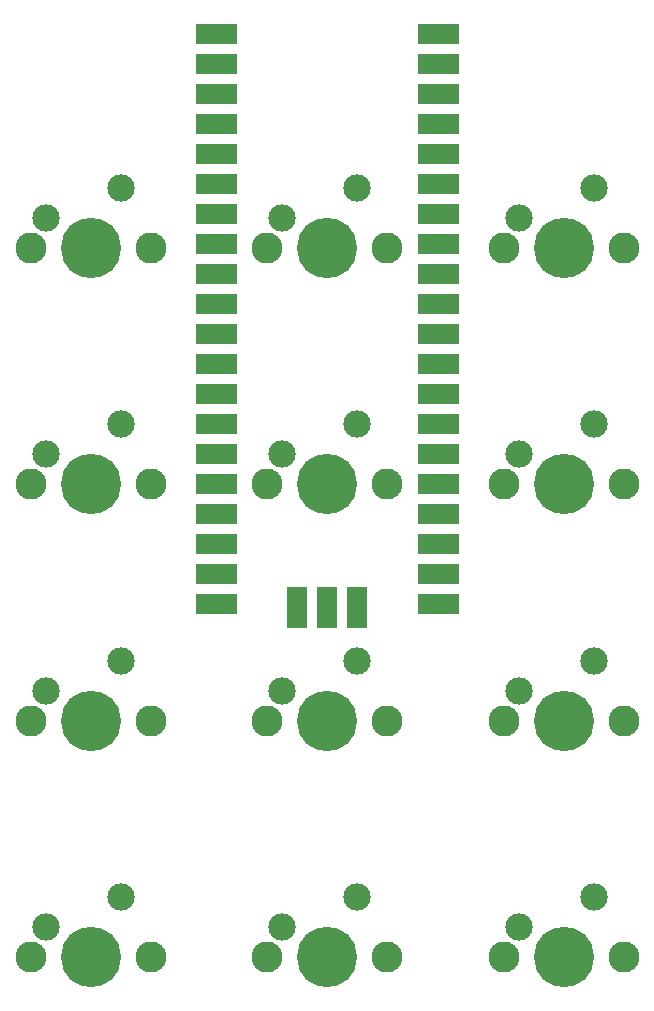
<source format=gbl>
G04 Layer: BottomLayer*
G04 EasyEDA v6.5.1, 2022-08-10 00:04:10*
G04 a67cddfb3fce44daa9051d46cbbcc19f,10*
G04 Gerber Generator version 0.2*
G04 Scale: 100 percent, Rotated: No, Reflected: No *
G04 Dimensions in millimeters *
G04 leading zeros omitted , absolute positions ,4 integer and 5 decimal *
%FSLAX45Y45*%
%MOMM*%

%ADD11C,2.3241*%
%ADD12C,5.1054*%
%ADD13C,2.6289*%
%ADD14C,1.7000*%

%LPD*%
G36*
X3331001Y4784219D02*
G01*
X3331001Y5134206D01*
X3160999Y5134206D01*
X3160999Y4784219D01*
G37*
G36*
X4614793Y9898001D02*
G01*
X4264807Y9898001D01*
X4264807Y9727999D01*
X4614793Y9727999D01*
G37*
G36*
X4614793Y9644001D02*
G01*
X4264807Y9644001D01*
X4264807Y9473999D01*
X4614793Y9473999D01*
G37*
G36*
X4614793Y9390001D02*
G01*
X4264807Y9390001D01*
X4264807Y9219999D01*
X4614793Y9219999D01*
G37*
G36*
X4614793Y9136001D02*
G01*
X4264807Y9136001D01*
X4264807Y8965999D01*
X4614793Y8965999D01*
G37*
G36*
X4614793Y8882001D02*
G01*
X4264807Y8882001D01*
X4264807Y8711999D01*
X4614793Y8711999D01*
G37*
G36*
X4614793Y8628001D02*
G01*
X4264807Y8628001D01*
X4264807Y8457999D01*
X4614793Y8457999D01*
G37*
G36*
X4614793Y8374001D02*
G01*
X4264807Y8374001D01*
X4264807Y8203999D01*
X4614793Y8203999D01*
G37*
G36*
X4614793Y8120001D02*
G01*
X4264807Y8120001D01*
X4264807Y7949999D01*
X4614793Y7949999D01*
G37*
G36*
X4614793Y7866001D02*
G01*
X4264807Y7866001D01*
X4264807Y7695999D01*
X4614793Y7695999D01*
G37*
G36*
X4614793Y7612001D02*
G01*
X4264807Y7612001D01*
X4264807Y7441999D01*
X4614793Y7441999D01*
G37*
G36*
X4614793Y7358001D02*
G01*
X4264807Y7358001D01*
X4264807Y7187999D01*
X4614793Y7187999D01*
G37*
G36*
X4614793Y7104001D02*
G01*
X4264807Y7104001D01*
X4264807Y6933999D01*
X4614793Y6933999D01*
G37*
G36*
X4614793Y6850001D02*
G01*
X4264807Y6850001D01*
X4264807Y6679999D01*
X4614793Y6679999D01*
G37*
G36*
X4614793Y6596001D02*
G01*
X4264807Y6596001D01*
X4264807Y6425999D01*
X4614793Y6425999D01*
G37*
G36*
X4614793Y6342001D02*
G01*
X4264807Y6342001D01*
X4264807Y6171999D01*
X4614793Y6171999D01*
G37*
G36*
X4614793Y6088001D02*
G01*
X4264807Y6088001D01*
X4264807Y5917999D01*
X4614793Y5917999D01*
G37*
G36*
X4614793Y5834001D02*
G01*
X4264807Y5834001D01*
X4264807Y5663999D01*
X4614793Y5663999D01*
G37*
G36*
X4614793Y5580001D02*
G01*
X4264807Y5580001D01*
X4264807Y5409999D01*
X4614793Y5409999D01*
G37*
G36*
X4614793Y5326001D02*
G01*
X4264807Y5326001D01*
X4264807Y5155999D01*
X4614793Y5155999D01*
G37*
G36*
X4614793Y5072001D02*
G01*
X4264807Y5072001D01*
X4264807Y4901999D01*
X4614793Y4901999D01*
G37*
G36*
X2735193Y9898001D02*
G01*
X2385207Y9898001D01*
X2385207Y9727999D01*
X2735193Y9727999D01*
G37*
G36*
X2735193Y9644001D02*
G01*
X2385207Y9644001D01*
X2385207Y9473999D01*
X2735193Y9473999D01*
G37*
G36*
X2735193Y9390001D02*
G01*
X2385207Y9390001D01*
X2385207Y9219999D01*
X2735193Y9219999D01*
G37*
G36*
X2735193Y9136001D02*
G01*
X2385207Y9136001D01*
X2385207Y8965999D01*
X2735193Y8965999D01*
G37*
G36*
X2735193Y8882001D02*
G01*
X2385207Y8882001D01*
X2385207Y8711999D01*
X2735193Y8711999D01*
G37*
G36*
X2735193Y8628001D02*
G01*
X2385207Y8628001D01*
X2385207Y8457999D01*
X2735193Y8457999D01*
G37*
G36*
X2735193Y8374001D02*
G01*
X2385207Y8374001D01*
X2385207Y8203999D01*
X2735193Y8203999D01*
G37*
G36*
X2735193Y8120001D02*
G01*
X2385207Y8120001D01*
X2385207Y7949999D01*
X2735193Y7949999D01*
G37*
G36*
X2735193Y7866001D02*
G01*
X2385207Y7866001D01*
X2385207Y7695999D01*
X2735193Y7695999D01*
G37*
G36*
X2735193Y7612001D02*
G01*
X2385207Y7612001D01*
X2385207Y7441999D01*
X2735193Y7441999D01*
G37*
G36*
X2735193Y7358001D02*
G01*
X2385207Y7358001D01*
X2385207Y7187999D01*
X2735193Y7187999D01*
G37*
G36*
X2735193Y7104001D02*
G01*
X2385207Y7104001D01*
X2385207Y6933999D01*
X2735193Y6933999D01*
G37*
G36*
X2735193Y6850001D02*
G01*
X2385207Y6850001D01*
X2385207Y6679999D01*
X2735193Y6679999D01*
G37*
G36*
X2735193Y6596001D02*
G01*
X2385207Y6596001D01*
X2385207Y6425999D01*
X2735193Y6425999D01*
G37*
G36*
X2735193Y6342001D02*
G01*
X2385207Y6342001D01*
X2385207Y6171999D01*
X2735193Y6171999D01*
G37*
G36*
X2735193Y6088001D02*
G01*
X2385207Y6088001D01*
X2385207Y5917999D01*
X2735193Y5917999D01*
G37*
G36*
X2735193Y5834001D02*
G01*
X2385207Y5834001D01*
X2385207Y5663999D01*
X2735193Y5663999D01*
G37*
G36*
X2735193Y5580001D02*
G01*
X2385207Y5580001D01*
X2385207Y5409999D01*
X2735193Y5409999D01*
G37*
G36*
X2735193Y5326001D02*
G01*
X2385207Y5326001D01*
X2385207Y5155999D01*
X2735193Y5155999D01*
G37*
G36*
X2735193Y5072001D02*
G01*
X2385207Y5072001D01*
X2385207Y4901999D01*
X2735193Y4901999D01*
G37*
G36*
X3839001Y4784219D02*
G01*
X3839001Y5134206D01*
X3668999Y5134206D01*
X3668999Y4784219D01*
G37*
G36*
X3585001Y4784219D02*
G01*
X3585001Y5134206D01*
X3414999Y5134206D01*
X3414999Y4784219D01*
G37*
D11*
G01*
X3118993Y8254009D03*
G01*
X3753993Y8508009D03*
D12*
G01*
X3499993Y8000009D03*
D13*
G01*
X2991993Y8000009D03*
G01*
X4007993Y8000009D03*
D11*
G01*
X5118988Y8254009D03*
G01*
X5753988Y8508009D03*
D12*
G01*
X5499988Y8000009D03*
D13*
G01*
X4991988Y8000009D03*
G01*
X6007988Y8000009D03*
D11*
G01*
X1118996Y6253987D03*
G01*
X1753996Y6507987D03*
D12*
G01*
X1499996Y5999987D03*
D13*
G01*
X991996Y5999987D03*
G01*
X2007997Y5999987D03*
D11*
G01*
X3118993Y6253987D03*
G01*
X3753993Y6507987D03*
D12*
G01*
X3499993Y5999987D03*
D13*
G01*
X2991993Y5999987D03*
G01*
X4007993Y5999987D03*
D11*
G01*
X5118988Y6253987D03*
G01*
X5753988Y6507987D03*
D12*
G01*
X5499988Y5999987D03*
D13*
G01*
X4991988Y5999987D03*
G01*
X6007988Y5999987D03*
D11*
G01*
X1118996Y4253992D03*
G01*
X1753996Y4507992D03*
D12*
G01*
X1499996Y3999992D03*
D13*
G01*
X991996Y3999992D03*
G01*
X2007997Y3999992D03*
D11*
G01*
X3118993Y4253992D03*
G01*
X3753993Y4507992D03*
D12*
G01*
X3499993Y3999992D03*
D13*
G01*
X2991993Y3999992D03*
G01*
X4007993Y3999992D03*
D11*
G01*
X5118988Y4253992D03*
G01*
X5753988Y4507992D03*
D12*
G01*
X5499988Y3999992D03*
D13*
G01*
X4991988Y3999992D03*
G01*
X6007988Y3999992D03*
D11*
G01*
X1118996Y2253995D03*
G01*
X1753996Y2507995D03*
D12*
G01*
X1499996Y1999995D03*
D13*
G01*
X991996Y1999995D03*
G01*
X2007997Y1999995D03*
D11*
G01*
X3118993Y2253995D03*
G01*
X3753993Y2507995D03*
D12*
G01*
X3499993Y1999995D03*
D13*
G01*
X2991993Y1999995D03*
G01*
X4007993Y1999995D03*
D11*
G01*
X5118988Y2253995D03*
G01*
X5753988Y2507995D03*
D12*
G01*
X5499988Y1999995D03*
D13*
G01*
X4991988Y1999995D03*
G01*
X6007988Y1999995D03*
D11*
G01*
X1118996Y8254009D03*
G01*
X1753996Y8508009D03*
D12*
G01*
X1499996Y8000009D03*
D13*
G01*
X991996Y8000009D03*
G01*
X2007997Y8000009D03*
D14*
G01*
X4388993Y9813010D03*
G01*
X4388993Y9559010D03*
G36*
X4474001Y9390001D02*
G01*
X4303999Y9390001D01*
X4303999Y9219999D01*
X4474001Y9219999D01*
G37*
G01*
X4388993Y9051010D03*
G01*
X4388993Y8797010D03*
G01*
X4388993Y8543010D03*
G01*
X4388993Y8289010D03*
G36*
X4474001Y8120001D02*
G01*
X4303999Y8120001D01*
X4303999Y7949999D01*
X4474001Y7949999D01*
G37*
G01*
X4388993Y7781010D03*
G01*
X4388993Y7527010D03*
G01*
X4388993Y7273010D03*
G01*
X4388993Y7019010D03*
G36*
X4474001Y6850001D02*
G01*
X4303999Y6850001D01*
X4303999Y6679999D01*
X4474001Y6679999D01*
G37*
G01*
X4388993Y6511010D03*
G01*
X4388993Y6257010D03*
G01*
X4388993Y6003010D03*
G01*
X4388993Y5749010D03*
G36*
X4474001Y5580001D02*
G01*
X4303999Y5580001D01*
X4303999Y5409999D01*
X4474001Y5409999D01*
G37*
G01*
X4388993Y5241010D03*
G01*
X4388993Y4987010D03*
G01*
X2610993Y4987010D03*
G01*
X2610993Y5241010D03*
G36*
X2696001Y5580001D02*
G01*
X2525999Y5580001D01*
X2525999Y5409999D01*
X2696001Y5409999D01*
G37*
G01*
X2610993Y5749010D03*
G01*
X2610993Y6003010D03*
G01*
X2610993Y6257010D03*
G01*
X2610993Y6511010D03*
G36*
X2696001Y6850001D02*
G01*
X2525999Y6850001D01*
X2525999Y6679999D01*
X2696001Y6679999D01*
G37*
G01*
X2610993Y7019010D03*
G01*
X2610993Y7273010D03*
G01*
X2610993Y7527010D03*
G01*
X2610993Y7781010D03*
G36*
X2696001Y8120001D02*
G01*
X2525999Y8120001D01*
X2525999Y7949999D01*
X2696001Y7949999D01*
G37*
G01*
X2610993Y8289010D03*
G01*
X2610993Y8543010D03*
G01*
X2610993Y8797010D03*
G01*
X2610993Y9051010D03*
G36*
X2696001Y9390001D02*
G01*
X2525999Y9390001D01*
X2525999Y9219999D01*
X2696001Y9219999D01*
G37*
G01*
X2610993Y9559010D03*
G01*
X2610993Y9813010D03*
G01*
X3753993Y5010022D03*
G36*
X3585001Y5095013D02*
G01*
X3414999Y5095013D01*
X3414999Y4925011D01*
X3585001Y4925011D01*
G37*
G01*
X3245993Y5010022D03*
M02*

</source>
